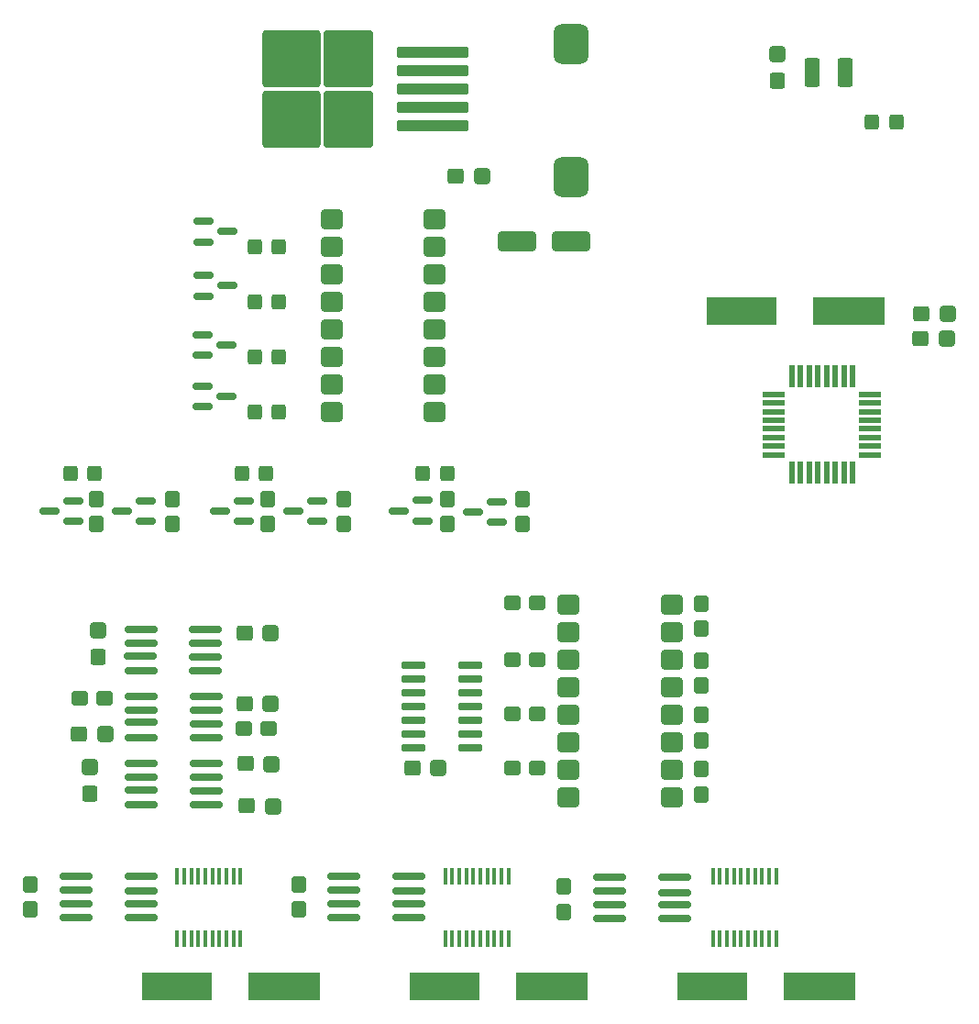
<source format=gbr>
%TF.GenerationSoftware,KiCad,Pcbnew,9.0.2*%
%TF.CreationDate,2025-09-23T15:25:02+08:00*%
%TF.ProjectId,VCU V3.2,56435520-5633-42e3-922e-6b696361645f,rev?*%
%TF.SameCoordinates,Original*%
%TF.FileFunction,Paste,Top*%
%TF.FilePolarity,Positive*%
%FSLAX46Y46*%
G04 Gerber Fmt 4.6, Leading zero omitted, Abs format (unit mm)*
G04 Created by KiCad (PCBNEW 9.0.2) date 2025-09-23 15:25:02*
%MOMM*%
%LPD*%
G01*
G04 APERTURE LIST*
G04 Aperture macros list*
%AMRoundRect*
0 Rectangle with rounded corners*
0 $1 Rounding radius*
0 $2 $3 $4 $5 $6 $7 $8 $9 X,Y pos of 4 corners*
0 Add a 4 corners polygon primitive as box body*
4,1,4,$2,$3,$4,$5,$6,$7,$8,$9,$2,$3,0*
0 Add four circle primitives for the rounded corners*
1,1,$1+$1,$2,$3*
1,1,$1+$1,$4,$5*
1,1,$1+$1,$6,$7*
1,1,$1+$1,$8,$9*
0 Add four rect primitives between the rounded corners*
20,1,$1+$1,$2,$3,$4,$5,0*
20,1,$1+$1,$4,$5,$6,$7,0*
20,1,$1+$1,$6,$7,$8,$9,0*
20,1,$1+$1,$8,$9,$2,$3,0*%
G04 Aperture macros list end*
%ADD10R,6.551563X2.500000*%
%ADD11R,6.645000X2.500000*%
%ADD12RoundRect,0.150000X1.350000X0.150000X-1.350000X0.150000X-1.350000X-0.150000X1.350000X-0.150000X0*%
%ADD13RoundRect,0.150000X1.337500X0.150000X-1.337500X0.150000X-1.337500X-0.150000X1.337500X-0.150000X0*%
%ADD14RoundRect,0.305575X0.412525X-0.460025X0.412525X0.460025X-0.412525X0.460025X-0.412525X-0.460025X0*%
%ADD15RoundRect,0.308511X0.416489X-0.457089X0.416489X0.457089X-0.416489X0.457089X-0.416489X-0.457089X0*%
%ADD16RoundRect,0.278125X-0.389375X0.474375X-0.389375X-0.474375X0.389375X-0.474375X0.389375X0.474375X0*%
%ADD17RoundRect,0.150000X-0.750000X-0.150000X0.750000X-0.150000X0.750000X0.150000X-0.750000X0.150000X0*%
%ADD18RoundRect,0.305575X-0.460025X-0.412525X0.460025X-0.412525X0.460025X0.412525X-0.460025X0.412525X0*%
%ADD19RoundRect,0.308511X-0.457089X-0.416489X0.457089X-0.416489X0.457089X0.416489X-0.457089X0.416489X0*%
%ADD20RoundRect,0.278125X-0.474375X-0.389375X0.474375X-0.389375X0.474375X0.389375X-0.474375X0.389375X0*%
%ADD21RoundRect,0.100000X0.100000X-0.687500X0.100000X0.687500X-0.100000X0.687500X-0.100000X-0.687500X0*%
%ADD22RoundRect,0.100000X0.099999X-0.687500X0.099999X0.687500X-0.099999X0.687500X-0.099999X-0.687500X0*%
%ADD23RoundRect,0.293478X-0.381522X-0.406522X0.381522X-0.406522X0.381522X0.406522X-0.381522X0.406522X0*%
%ADD24RoundRect,0.293478X0.381522X0.406522X-0.381522X0.406522X-0.381522X-0.406522X0.381522X-0.406522X0*%
%ADD25RoundRect,0.150000X-1.350000X-0.150000X1.350000X-0.150000X1.350000X0.150000X-1.350000X0.150000X0*%
%ADD26RoundRect,0.150000X-1.337500X-0.150000X1.337500X-0.150000X1.337500X0.150000X-1.337500X0.150000X0*%
%ADD27RoundRect,0.250000X1.500000X0.650000X-1.500000X0.650000X-1.500000X-0.650000X1.500000X-0.650000X0*%
%ADD28RoundRect,0.150000X0.750000X0.150000X-0.750000X0.150000X-0.750000X-0.150000X0.750000X-0.150000X0*%
%ADD29RoundRect,0.250000X3.075000X0.300000X-3.075000X0.300000X-3.075000X-0.300000X3.075000X-0.300000X0*%
%ADD30RoundRect,0.250000X2.025000X2.375000X-2.025000X2.375000X-2.025000X-2.375000X2.025000X-2.375000X0*%
%ADD31RoundRect,0.288461X2.386539X2.336539X-2.386539X2.336539X-2.386539X-2.336539X2.386539X-2.336539X0*%
%ADD32RoundRect,0.278125X0.474375X0.389375X-0.474375X0.389375X-0.474375X-0.389375X0.474375X-0.389375X0*%
%ADD33RoundRect,0.090000X1.040000X0.210000X-1.040000X0.210000X-1.040000X-0.210000X1.040000X-0.210000X0*%
%ADD34RoundRect,0.091500X1.038500X0.213500X-1.038500X0.213500X-1.038500X-0.213500X1.038500X-0.213500X0*%
%ADD35RoundRect,0.800000X0.800000X-1.075000X0.800000X1.075000X-0.800000X1.075000X-0.800000X-1.075000X0*%
%ADD36RoundRect,0.249999X0.750001X0.640001X-0.750001X0.640001X-0.750001X-0.640001X0.750001X-0.640001X0*%
%ADD37RoundRect,0.250001X0.462499X1.074999X-0.462499X1.074999X-0.462499X-1.074999X0.462499X-1.074999X0*%
%ADD38R,0.550000X2.000000*%
%ADD39R,2.000000X0.550000*%
%ADD40R,2.000000X0.525000*%
%ADD41R,2.000000X0.575000*%
%ADD42R,0.525000X2.000000*%
%ADD43RoundRect,0.249999X-0.750001X-0.640001X0.750001X-0.640001X0.750001X0.640001X-0.750001X0.640001X0*%
G04 APERTURE END LIST*
D10*
%TO.C,Y1*%
X182670782Y-69458238D03*
D11*
X192582500Y-69450000D03*
%TD*%
D12*
%TO.C,U15*%
X176500000Y-125535000D03*
X176500000Y-124265000D03*
D13*
X176512500Y-123130000D03*
D12*
X176500000Y-121725000D03*
X170500000Y-121725000D03*
X170500000Y-122995000D03*
X170500000Y-124265000D03*
X170500000Y-125535000D03*
%TD*%
D14*
%TO.C,C15*%
X185993100Y-48215600D03*
D15*
X186000000Y-45784400D03*
%TD*%
D16*
%TO.C,R61*%
X145940000Y-86797500D03*
X145940000Y-89102500D03*
%TD*%
%TO.C,R45*%
X179000000Y-111750000D03*
X179000000Y-114055000D03*
%TD*%
D17*
%TO.C,Q1*%
X132997500Y-61188141D03*
X132997500Y-63088141D03*
X135197500Y-62138141D03*
%TD*%
D14*
%TO.C,C20*%
X123243100Y-101390600D03*
D15*
X123250000Y-98959400D03*
%TD*%
D16*
%TO.C,R67*%
X123130000Y-86797500D03*
X123130000Y-89102500D03*
%TD*%
%TO.C,R46*%
X179000000Y-106768294D03*
X179000000Y-109073294D03*
%TD*%
%TO.C,R63*%
X138940000Y-86797500D03*
X138940000Y-89102500D03*
%TD*%
D18*
%TO.C,C2*%
X199284400Y-69743100D03*
D19*
X201715600Y-69750000D03*
%TD*%
D17*
%TO.C,Q7*%
X132897500Y-76388141D03*
X132897500Y-78288141D03*
X135097500Y-77338141D03*
%TD*%
D20*
%TO.C,R43*%
X161548666Y-101607500D03*
X163853666Y-101607500D03*
%TD*%
D21*
%TO.C,U14*%
X180050000Y-127412500D03*
X180700000Y-127412500D03*
X181350000Y-127412500D03*
D22*
X182000001Y-127412500D03*
D21*
X182650000Y-127412500D03*
X183300000Y-127412500D03*
X183950000Y-127412500D03*
X184600000Y-127412500D03*
X185250000Y-127412500D03*
X185900000Y-127412500D03*
X185900000Y-121587500D03*
X185250000Y-121587500D03*
X184600000Y-121587500D03*
X183950000Y-121587500D03*
X183300000Y-121587500D03*
X182650000Y-121587500D03*
X182000000Y-121587500D03*
D22*
X181350001Y-121587500D03*
X180700001Y-121587500D03*
X180050001Y-121587500D03*
%TD*%
D10*
%TO.C,Y4*%
X180020782Y-131758238D03*
D11*
X189932500Y-131750000D03*
%TD*%
D20*
%TO.C,R41*%
X161548666Y-111607500D03*
X163853666Y-111607500D03*
%TD*%
D18*
%TO.C,C3*%
X199250000Y-72000000D03*
D19*
X201681200Y-72006900D03*
%TD*%
D23*
%TO.C,D5*%
X137729258Y-78778141D03*
X139979258Y-78778141D03*
%TD*%
D17*
%TO.C,Q5*%
X132897500Y-71638141D03*
X132897500Y-73538141D03*
X135097500Y-72588141D03*
%TD*%
D24*
%TO.C,D9*%
X197000000Y-52000000D03*
X194750000Y-52000000D03*
%TD*%
D16*
%TO.C,R65*%
X130130000Y-86797500D03*
X130130000Y-89102500D03*
%TD*%
D10*
%TO.C,Y2*%
X155270782Y-131758238D03*
D11*
X165182500Y-131750000D03*
%TD*%
D25*
%TO.C,U6*%
X127212405Y-98885000D03*
X127212405Y-100155000D03*
D26*
X127199905Y-101290000D03*
D25*
X127212405Y-102695000D03*
X133212405Y-102695000D03*
X133212405Y-101425000D03*
X133212405Y-100155000D03*
X133212405Y-98885000D03*
%TD*%
D12*
%TO.C,U5*%
X152000000Y-125405000D03*
X152000000Y-124135000D03*
D13*
X152012500Y-123000000D03*
D12*
X152000000Y-121595000D03*
X146000000Y-121595000D03*
X146000000Y-122865000D03*
X146000000Y-124135000D03*
X146000000Y-125405000D03*
%TD*%
D23*
%TO.C,D6*%
X153250000Y-84450000D03*
X155500000Y-84450000D03*
%TD*%
D27*
%TO.C,D1*%
X167000000Y-63000000D03*
X162000000Y-63000000D03*
%TD*%
D28*
%TO.C,Q13*%
X127697500Y-88900000D03*
X127697500Y-87000000D03*
X125497500Y-87950000D03*
%TD*%
D18*
%TO.C,C21*%
X136784400Y-99168100D03*
D19*
X139215600Y-99175000D03*
%TD*%
D29*
%TO.C,U2*%
X154175000Y-52400000D03*
X154175000Y-50700000D03*
X154175000Y-49000000D03*
D30*
X146425000Y-51775000D03*
X146425000Y-46225000D03*
D31*
X141175000Y-51775000D03*
X141175000Y-46225000D03*
D29*
X154175000Y-47300000D03*
X154175000Y-45600000D03*
%TD*%
D23*
%TO.C,D4*%
X137729258Y-73698141D03*
X139979258Y-73698141D03*
%TD*%
D17*
%TO.C,Q3*%
X132997500Y-66188141D03*
X132997500Y-68088141D03*
X135197500Y-67138141D03*
%TD*%
D32*
%TO.C,R28*%
X123902500Y-105187500D03*
X121597500Y-105187500D03*
%TD*%
D18*
%TO.C,C31*%
X137021900Y-115148100D03*
D19*
X139453100Y-115155000D03*
%TD*%
D12*
%TO.C,U9*%
X127237500Y-125405000D03*
X127237500Y-124135000D03*
D13*
X127250000Y-123000000D03*
D12*
X127237500Y-121595000D03*
X121237500Y-121595000D03*
X121237500Y-122865000D03*
X121237500Y-124135000D03*
X121237500Y-125405000D03*
%TD*%
D33*
%TO.C,U10*%
X157620000Y-109770000D03*
X157620000Y-108500000D03*
X157620000Y-107230000D03*
X157620000Y-105960000D03*
X157620000Y-104690000D03*
X157620000Y-103420000D03*
X157620000Y-102150000D03*
X152380000Y-102150000D03*
D34*
X152380000Y-103415000D03*
D33*
X152380000Y-104690000D03*
X152380000Y-105960000D03*
X152380000Y-107230000D03*
X152380000Y-108500000D03*
X152380000Y-109770000D03*
%TD*%
D35*
%TO.C,L1*%
X167000000Y-57125000D03*
X167000000Y-44875000D03*
%TD*%
D36*
%TO.C,U12*%
X154362500Y-78778141D03*
X154362500Y-76238141D03*
X154362500Y-73698141D03*
X154362500Y-71158141D03*
X154362500Y-68618141D03*
X154362500Y-66078141D03*
X154362500Y-63538141D03*
X154362500Y-60998141D03*
X144832500Y-60998141D03*
X144832500Y-63538141D03*
X144832500Y-66078141D03*
X144832500Y-68618141D03*
X144832500Y-71158141D03*
X144832500Y-73698141D03*
X144832500Y-76238141D03*
X144832500Y-78778141D03*
%TD*%
D18*
%TO.C,C10*%
X156284400Y-56993100D03*
D19*
X158715600Y-57000000D03*
%TD*%
D28*
%TO.C,Q9*%
X160100000Y-88950000D03*
X160100000Y-87050000D03*
X157900000Y-88000000D03*
%TD*%
D37*
%TO.C,F1*%
X192237500Y-47500000D03*
X189262500Y-47500000D03*
%TD*%
D21*
%TO.C,U8*%
X130575000Y-127412500D03*
X131225000Y-127412500D03*
X131875000Y-127412500D03*
D22*
X132525001Y-127412500D03*
D21*
X133175000Y-127412500D03*
X133825000Y-127412500D03*
X134475000Y-127412500D03*
X135125000Y-127412500D03*
X135775000Y-127412500D03*
X136425000Y-127412500D03*
X136425000Y-121587500D03*
X135775000Y-121587500D03*
X135125000Y-121587500D03*
X134475000Y-121587500D03*
X133825000Y-121587500D03*
X133175000Y-121587500D03*
X132525000Y-121587500D03*
D22*
X131875001Y-121587500D03*
X131225001Y-121587500D03*
X130575001Y-121587500D03*
%TD*%
D10*
%TO.C,Y3*%
X130520782Y-131758238D03*
D11*
X140432500Y-131750000D03*
%TD*%
D18*
%TO.C,C23*%
X121534400Y-108493100D03*
D19*
X123965600Y-108500000D03*
%TD*%
D28*
%TO.C,Q14*%
X120947500Y-88900000D03*
X120947500Y-87000000D03*
X118747500Y-87950000D03*
%TD*%
D23*
%TO.C,D8*%
X120722500Y-84450000D03*
X122972500Y-84450000D03*
%TD*%
D16*
%TO.C,R47*%
X179000000Y-101750000D03*
X179000000Y-104055000D03*
%TD*%
D14*
%TO.C,C30*%
X122493100Y-113965600D03*
D15*
X122500000Y-111534400D03*
%TD*%
D16*
%TO.C,R57*%
X162442500Y-86847500D03*
X162442500Y-89152500D03*
%TD*%
D32*
%TO.C,R29*%
X139055000Y-108000000D03*
X136750000Y-108000000D03*
%TD*%
D20*
%TO.C,R42*%
X161548666Y-106607500D03*
X163853666Y-106607500D03*
%TD*%
D23*
%TO.C,D7*%
X136532500Y-84450000D03*
X138782500Y-84450000D03*
%TD*%
D16*
%TO.C,R48*%
X179000000Y-96500000D03*
X179000000Y-98805000D03*
%TD*%
%TO.C,R23*%
X141782500Y-122347500D03*
X141782500Y-124652500D03*
%TD*%
D25*
%TO.C,U13*%
X127250000Y-111250000D03*
X127250000Y-112520000D03*
D26*
X127237500Y-113655000D03*
D25*
X127250000Y-115060000D03*
X133250000Y-115060000D03*
X133250000Y-113790000D03*
X133250000Y-112520000D03*
X133250000Y-111250000D03*
%TD*%
D18*
%TO.C,C32*%
X136870600Y-111250000D03*
D19*
X139301800Y-111256900D03*
%TD*%
D20*
%TO.C,R44*%
X161548666Y-96357500D03*
X163853666Y-96357500D03*
%TD*%
D38*
%TO.C,U1*%
X192950000Y-75500000D03*
X192150000Y-75500000D03*
X191350000Y-75500000D03*
X190550000Y-75500000D03*
X189750000Y-75500000D03*
X188950000Y-75500000D03*
X188150000Y-75500000D03*
X187350000Y-75500000D03*
D39*
X185700000Y-77150000D03*
D40*
X185700000Y-77937500D03*
D41*
X185700000Y-78762500D03*
D39*
X185700000Y-79550000D03*
X185700000Y-80350000D03*
X185700000Y-81150000D03*
X185700000Y-81950000D03*
X185700000Y-82750000D03*
D38*
X187350000Y-84400000D03*
X188150000Y-84400000D03*
X188950000Y-84400000D03*
D42*
X189762500Y-84400000D03*
D38*
X190550000Y-84400000D03*
X191350000Y-84400000D03*
X192150000Y-84400000D03*
X192950000Y-84400000D03*
D39*
X194600000Y-82750000D03*
X194600000Y-81950000D03*
X194600000Y-81150000D03*
X194600000Y-80350000D03*
X194600000Y-79550000D03*
X194600000Y-78750000D03*
X194600000Y-77950000D03*
X194600000Y-77150000D03*
%TD*%
D28*
%TO.C,Q10*%
X153235000Y-88850000D03*
X153235000Y-86950000D03*
X151035000Y-87900000D03*
%TD*%
%TO.C,Q11*%
X143507500Y-88900000D03*
X143507500Y-87000000D03*
X141307500Y-87950000D03*
%TD*%
D21*
%TO.C,U4*%
X155325000Y-127412500D03*
X155975000Y-127412500D03*
X156625000Y-127412500D03*
D22*
X157275001Y-127412500D03*
D21*
X157925000Y-127412500D03*
X158575000Y-127412500D03*
X159225000Y-127412500D03*
X159875000Y-127412500D03*
X160525000Y-127412500D03*
X161175000Y-127412500D03*
X161175000Y-121587500D03*
X160525000Y-121587500D03*
X159875000Y-121587500D03*
X159225000Y-121587500D03*
X158575000Y-121587500D03*
X157925000Y-121587500D03*
X157275000Y-121587500D03*
D22*
X156625001Y-121587500D03*
X155975001Y-121587500D03*
X155325001Y-121587500D03*
%TD*%
D25*
%TO.C,U7*%
X127250000Y-105000000D03*
X127250000Y-106270000D03*
D26*
X127237500Y-107405000D03*
D25*
X127250000Y-108810000D03*
X133250000Y-108810000D03*
X133250000Y-107540000D03*
X133250000Y-106270000D03*
X133250000Y-105000000D03*
%TD*%
D18*
%TO.C,C24*%
X136784400Y-105743100D03*
D19*
X139215600Y-105750000D03*
%TD*%
D18*
%TO.C,CA5*%
X152284400Y-111634151D03*
D19*
X154715600Y-111641051D03*
%TD*%
D16*
%TO.C,R59*%
X155517500Y-86797500D03*
X155517500Y-89102500D03*
%TD*%
D28*
%TO.C,Q12*%
X136757500Y-88900000D03*
X136757500Y-87000000D03*
X134557500Y-87950000D03*
%TD*%
D16*
%TO.C,R32*%
X117032500Y-122347500D03*
X117032500Y-124652500D03*
%TD*%
%TO.C,R73*%
X166282500Y-122597500D03*
X166282500Y-124902500D03*
%TD*%
D43*
%TO.C,U11*%
X166720000Y-96555000D03*
X166720000Y-99095000D03*
X166720000Y-101635000D03*
X166720000Y-104175000D03*
X166720000Y-106715000D03*
X166720000Y-109255000D03*
X166720000Y-111795000D03*
X166720000Y-114335000D03*
X176250000Y-114335000D03*
X176250000Y-111795000D03*
X176250000Y-109255000D03*
X176250000Y-106715000D03*
X176250000Y-104175000D03*
X176250000Y-101635000D03*
X176250000Y-99095000D03*
X176250000Y-96555000D03*
%TD*%
D23*
%TO.C,D2*%
X137729258Y-63538141D03*
X139979258Y-63538141D03*
%TD*%
%TO.C,D3*%
X137729258Y-68618141D03*
X139979258Y-68618141D03*
%TD*%
M02*

</source>
